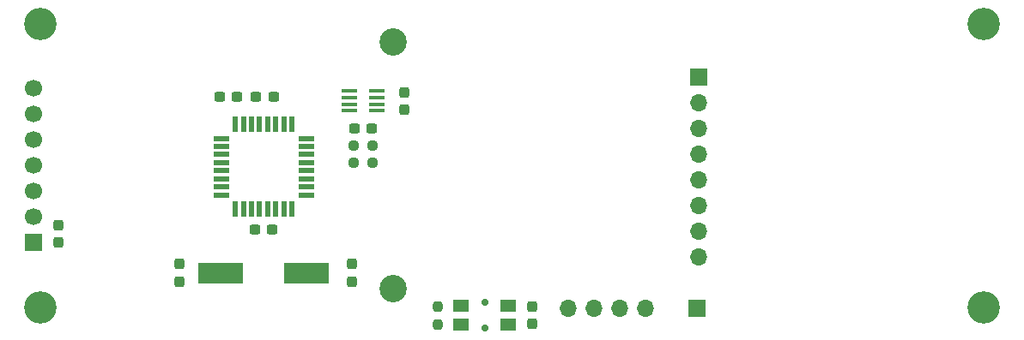
<source format=gbs>
G04 #@! TF.GenerationSoftware,KiCad,Pcbnew,(6.0.10)*
G04 #@! TF.CreationDate,2022-12-26T19:25:23+01:00*
G04 #@! TF.ProjectId,HeaterMCU,48656174-6572-44d4-9355-2e6b69636164,rev?*
G04 #@! TF.SameCoordinates,Original*
G04 #@! TF.FileFunction,Soldermask,Bot*
G04 #@! TF.FilePolarity,Negative*
%FSLAX46Y46*%
G04 Gerber Fmt 4.6, Leading zero omitted, Abs format (unit mm)*
G04 Created by KiCad (PCBNEW (6.0.10)) date 2022-12-26 19:25:23*
%MOMM*%
%LPD*%
G01*
G04 APERTURE LIST*
G04 Aperture macros list*
%AMRoundRect*
0 Rectangle with rounded corners*
0 $1 Rounding radius*
0 $2 $3 $4 $5 $6 $7 $8 $9 X,Y pos of 4 corners*
0 Add a 4 corners polygon primitive as box body*
4,1,4,$2,$3,$4,$5,$6,$7,$8,$9,$2,$3,0*
0 Add four circle primitives for the rounded corners*
1,1,$1+$1,$2,$3*
1,1,$1+$1,$4,$5*
1,1,$1+$1,$6,$7*
1,1,$1+$1,$8,$9*
0 Add four rect primitives between the rounded corners*
20,1,$1+$1,$2,$3,$4,$5,0*
20,1,$1+$1,$4,$5,$6,$7,0*
20,1,$1+$1,$6,$7,$8,$9,0*
20,1,$1+$1,$8,$9,$2,$3,0*%
G04 Aperture macros list end*
%ADD10R,1.600000X1.200000*%
%ADD11C,0.700000*%
%ADD12RoundRect,0.237500X-0.300000X-0.237500X0.300000X-0.237500X0.300000X0.237500X-0.300000X0.237500X0*%
%ADD13R,0.550000X1.500000*%
%ADD14R,1.500000X0.550000*%
%ADD15C,3.200000*%
%ADD16C,2.700000*%
%ADD17R,1.700000X1.700000*%
%ADD18C,1.700000*%
%ADD19RoundRect,0.237500X0.237500X-0.300000X0.237500X0.300000X-0.237500X0.300000X-0.237500X-0.300000X0*%
%ADD20R,1.560000X0.400000*%
%ADD21RoundRect,0.237500X0.300000X0.237500X-0.300000X0.237500X-0.300000X-0.237500X0.300000X-0.237500X0*%
%ADD22O,1.700000X1.700000*%
%ADD23RoundRect,0.237500X0.250000X0.237500X-0.250000X0.237500X-0.250000X-0.237500X0.250000X-0.237500X0*%
%ADD24R,4.500000X2.000000*%
%ADD25RoundRect,0.237500X-0.237500X0.300000X-0.237500X-0.300000X0.237500X-0.300000X0.237500X0.300000X0*%
%ADD26RoundRect,0.237500X-0.250000X-0.237500X0.250000X-0.237500X0.250000X0.237500X-0.250000X0.237500X0*%
%ADD27RoundRect,0.237500X0.237500X-0.250000X0.237500X0.250000X-0.237500X0.250000X-0.237500X-0.250000X0*%
G04 APERTURE END LIST*
D10*
X104649500Y-78220000D03*
X99950500Y-78220000D03*
X104649500Y-76335500D03*
X99950500Y-76335500D03*
D11*
X102300000Y-78579500D03*
X102300000Y-75976000D03*
D12*
X76137500Y-55700000D03*
X77862500Y-55700000D03*
D13*
X83300000Y-66800000D03*
X82500000Y-66800000D03*
X81700000Y-66800000D03*
X80900000Y-66800000D03*
X80100000Y-66800000D03*
X79300000Y-66800000D03*
X78500000Y-66800000D03*
X77700000Y-66800000D03*
D14*
X76300000Y-65400000D03*
X76300000Y-64600000D03*
X76300000Y-63800000D03*
X76300000Y-63000000D03*
X76300000Y-62200000D03*
X76300000Y-61400000D03*
X76300000Y-60600000D03*
X76300000Y-59800000D03*
D13*
X77700000Y-58400000D03*
X78500000Y-58400000D03*
X79300000Y-58400000D03*
X80100000Y-58400000D03*
X80900000Y-58400000D03*
X81700000Y-58400000D03*
X82500000Y-58400000D03*
X83300000Y-58400000D03*
D14*
X84700000Y-59800000D03*
X84700000Y-60600000D03*
X84700000Y-61400000D03*
X84700000Y-62200000D03*
X84700000Y-63000000D03*
X84700000Y-63800000D03*
X84700000Y-64600000D03*
X84700000Y-65400000D03*
D15*
X151500000Y-48500000D03*
D16*
X93262500Y-50237500D03*
X93262500Y-74637500D03*
D17*
X57762500Y-70057500D03*
D18*
X57762500Y-67517500D03*
X57762500Y-64977500D03*
X57762500Y-62437500D03*
X57762500Y-59897500D03*
X57762500Y-57357500D03*
X57762500Y-54817500D03*
D15*
X151500000Y-76500000D03*
X58500000Y-76500000D03*
X58500000Y-48500000D03*
D19*
X72200000Y-73962500D03*
X72200000Y-72237500D03*
D12*
X89437500Y-58800000D03*
X91162500Y-58800000D03*
D19*
X89200000Y-72237500D03*
X89200000Y-73962500D03*
D20*
X88950000Y-55120000D03*
X88950000Y-55770000D03*
X88950000Y-56430000D03*
X88950000Y-57080000D03*
X91650000Y-57080000D03*
X91650000Y-56430000D03*
X91650000Y-55770000D03*
X91650000Y-55120000D03*
D21*
X79637500Y-68800000D03*
X81362500Y-68800000D03*
D19*
X60275000Y-70087500D03*
X60275000Y-68362500D03*
D17*
X123250000Y-76600000D03*
D22*
X118170000Y-76600000D03*
X115630000Y-76600000D03*
X113090000Y-76600000D03*
X110550000Y-76600000D03*
D23*
X91212500Y-62200000D03*
X89387500Y-62200000D03*
D24*
X84750000Y-73120000D03*
X76250000Y-73120000D03*
D21*
X81462500Y-55700000D03*
X79737500Y-55700000D03*
D17*
X123425000Y-53725000D03*
D22*
X123425000Y-56265000D03*
X123425000Y-58805000D03*
X123425000Y-61345000D03*
X123425000Y-63885000D03*
X123425000Y-66425000D03*
X123425000Y-68965000D03*
X123425000Y-71505000D03*
D25*
X107000000Y-76437500D03*
X107000000Y-78162500D03*
D19*
X94400000Y-56962500D03*
X94400000Y-55237500D03*
D26*
X89387500Y-60500000D03*
X91212500Y-60500000D03*
D27*
X97700000Y-78212500D03*
X97700000Y-76387500D03*
M02*

</source>
